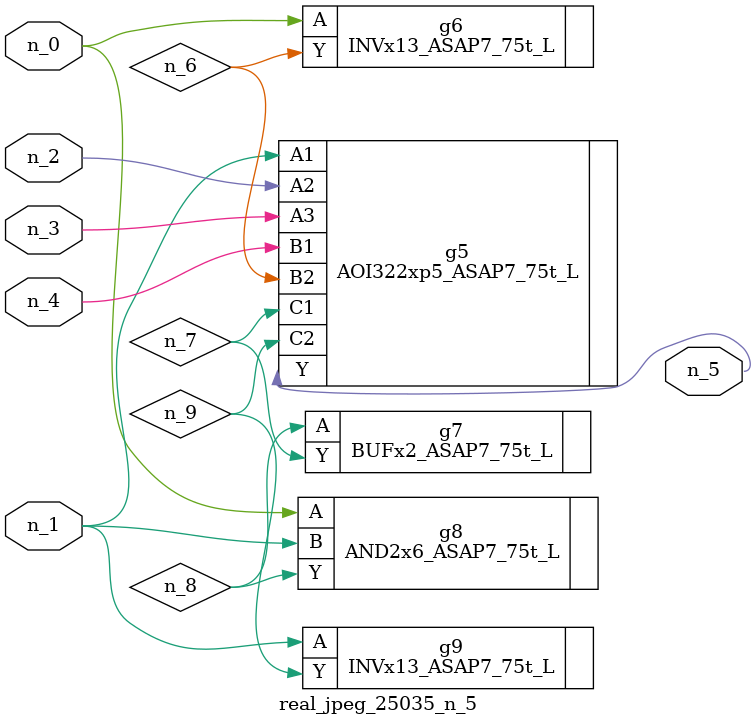
<source format=v>
module real_jpeg_25035_n_5 (n_4, n_0, n_1, n_2, n_3, n_5);

input n_4;
input n_0;
input n_1;
input n_2;
input n_3;

output n_5;

wire n_8;
wire n_6;
wire n_7;
wire n_9;

INVx13_ASAP7_75t_L g6 ( 
.A(n_0),
.Y(n_6)
);

AND2x6_ASAP7_75t_L g8 ( 
.A(n_0),
.B(n_1),
.Y(n_8)
);

AOI322xp5_ASAP7_75t_L g5 ( 
.A1(n_1),
.A2(n_2),
.A3(n_3),
.B1(n_4),
.B2(n_6),
.C1(n_7),
.C2(n_9),
.Y(n_5)
);

INVx13_ASAP7_75t_L g9 ( 
.A(n_1),
.Y(n_9)
);

BUFx2_ASAP7_75t_L g7 ( 
.A(n_8),
.Y(n_7)
);


endmodule
</source>
